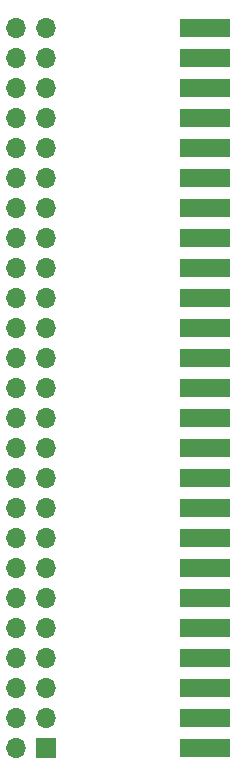
<source format=gbr>
%TF.GenerationSoftware,KiCad,Pcbnew,(5.1.8-0-10_14)*%
%TF.CreationDate,2021-06-08T16:32:41-06:00*%
%TF.ProjectId,scsi-50-flipper,73637369-2d35-4302-9d66-6c6970706572,rev?*%
%TF.SameCoordinates,Original*%
%TF.FileFunction,Soldermask,Bot*%
%TF.FilePolarity,Negative*%
%FSLAX46Y46*%
G04 Gerber Fmt 4.6, Leading zero omitted, Abs format (unit mm)*
G04 Created by KiCad (PCBNEW (5.1.8-0-10_14)) date 2021-06-08 16:32:41*
%MOMM*%
%LPD*%
G01*
G04 APERTURE LIST*
%ADD10R,4.250000X1.524000*%
%ADD11O,1.700000X1.700000*%
%ADD12R,1.700000X1.700000*%
G04 APERTURE END LIST*
D10*
%TO.C,J2*%
X135890000Y-129286000D03*
X135890000Y-126746000D03*
X135890000Y-124206000D03*
X135890000Y-121666000D03*
X135890000Y-119126000D03*
X135890000Y-116586000D03*
X135890000Y-114046000D03*
X135890000Y-111506000D03*
X135890000Y-108966000D03*
X135890000Y-106426000D03*
X135890000Y-103886000D03*
X135890000Y-101346000D03*
X135890000Y-98806000D03*
X135890000Y-96266000D03*
X135890000Y-93726000D03*
X135890000Y-91186000D03*
X135890000Y-88646000D03*
X135890000Y-86106000D03*
X135890000Y-83566000D03*
X135890000Y-81026000D03*
X135890000Y-78486000D03*
X135890000Y-75946000D03*
X135890000Y-73406000D03*
X135890000Y-70866000D03*
X135890000Y-68326000D03*
%TD*%
D11*
%TO.C,J1*%
X119888000Y-68326000D03*
X122428000Y-68326000D03*
X119888000Y-70866000D03*
X122428000Y-70866000D03*
X119888000Y-73406000D03*
X122428000Y-73406000D03*
X119888000Y-75946000D03*
X122428000Y-75946000D03*
X119888000Y-78486000D03*
X122428000Y-78486000D03*
X119888000Y-81026000D03*
X122428000Y-81026000D03*
X119888000Y-83566000D03*
X122428000Y-83566000D03*
X119888000Y-86106000D03*
X122428000Y-86106000D03*
X119888000Y-88646000D03*
X122428000Y-88646000D03*
X119888000Y-91186000D03*
X122428000Y-91186000D03*
X119888000Y-93726000D03*
X122428000Y-93726000D03*
X119888000Y-96266000D03*
X122428000Y-96266000D03*
X119888000Y-98806000D03*
X122428000Y-98806000D03*
X119888000Y-101346000D03*
X122428000Y-101346000D03*
X119888000Y-103886000D03*
X122428000Y-103886000D03*
X119888000Y-106426000D03*
X122428000Y-106426000D03*
X119888000Y-108966000D03*
X122428000Y-108966000D03*
X119888000Y-111506000D03*
X122428000Y-111506000D03*
X119888000Y-114046000D03*
X122428000Y-114046000D03*
X119888000Y-116586000D03*
X122428000Y-116586000D03*
X119888000Y-119126000D03*
X122428000Y-119126000D03*
X119888000Y-121666000D03*
X122428000Y-121666000D03*
X119888000Y-124206000D03*
X122428000Y-124206000D03*
X119888000Y-126746000D03*
X122428000Y-126746000D03*
X119888000Y-129286000D03*
D12*
X122428000Y-129286000D03*
%TD*%
M02*

</source>
